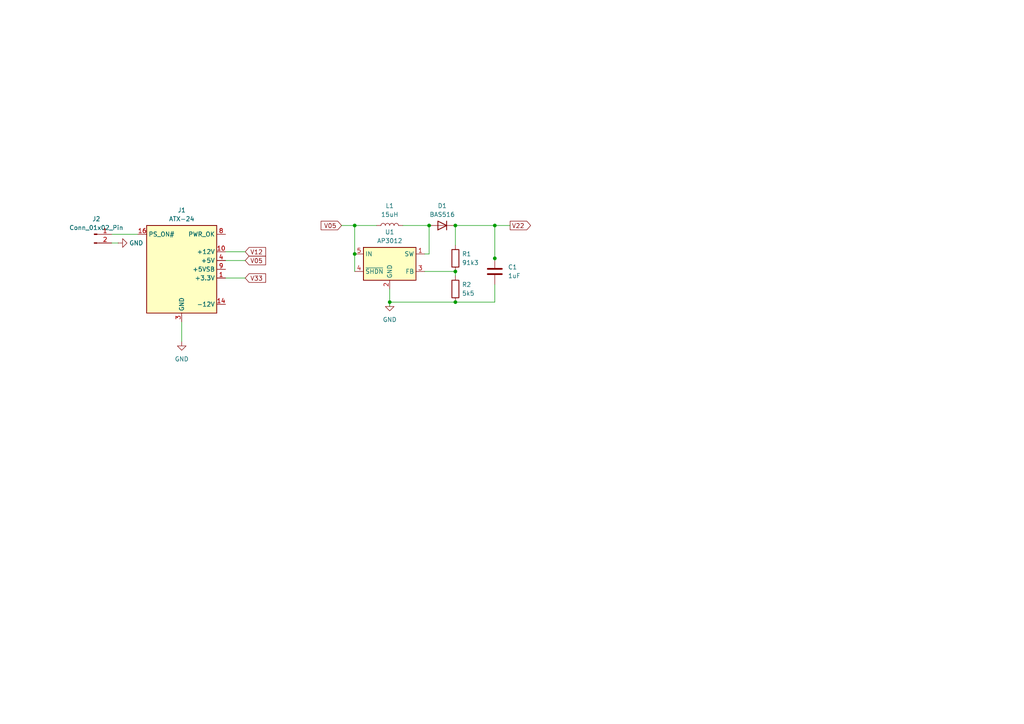
<source format=kicad_sch>
(kicad_sch (version 20250114) (generator "eeschema") (generator_version "9.0")
  (paper "A4")
  (lib_symbols
    (symbol "Connector:ATX-24"
      (property "Reference" "J" (at -8.89 13.97 0))
      (property "Value" "ATX-24" (at 6.35 13.97 0))
      (symbol "ATX-24_0_1"
        (rectangle (start -10.16 12.7) (end 10.16 -12.7) (stroke (width 0.254)) (fill (type background)))
      )
      (symbol "ATX-24_1_1"
        (pin open_collector line (at -12.7 10.16 0) (length 2.54) (name "PS_ON#") (number "16"))
        (pin no_connect line (at -10.16 0 0) (length 2.54) (hide yes) (name "NC") (number "20"))
        (pin passive line (at 0 -15.24 90) (length 2.54) (hide yes) (name "GND") (number "15"))
        (pin passive line (at 0 -15.24 90) (length 2.54) (hide yes) (name "GND") (number "17"))
        (pin passive line (at 0 -15.24 90) (length 2.54) (hide yes) (name "GND") (number "18"))
        (pin passive line (at 0 -15.24 90) (length 2.54) (hide yes) (name "GND") (number "19"))
        (pin passive line (at 0 -15.24 90) (length 2.54) (hide yes) (name "GND") (number "24"))
        (pin power_out line (at 0 -15.24 90) (length 2.54) (name "GND") (number "3"))
        (pin passive line (at 0 -15.24 90) (length 2.54) (hide yes) (name "GND") (number "5"))
        (pin passive line (at 0 -15.24 90) (length 2.54) (hide yes) (name "GND") (number "7"))
        (pin output line (at 12.7 10.16 180) (length 2.54) (name "PWR_OK") (number "8"))
        (pin power_out line (at 12.7 5.08 180) (length 2.54) (name "+12V") (number "10"))
        (pin passive line (at 12.7 5.08 180) (length 2.54) (hide yes) (name "+12V") (number "11"))
        (pin passive line (at 12.7 2.54 180) (length 2.54) (hide yes) (name "+5V") (number "21"))
        (pin passive line (at 12.7 2.54 180) (length 2.54) (hide yes) (name "+5V") (number "22"))
        (pin passive line (at 12.7 2.54 180) (length 2.54) (hide yes) (name "+5V") (number "23"))
        (pin power_out line (at 12.7 2.54 180) (length 2.54) (name "+5V") (number "4"))
        (pin passive line (at 12.7 2.54 180) (length 2.54) (hide yes) (name "+5V") (number "6"))
        (pin power_out line (at 12.7 0 180) (length 2.54) (name "+5VSB") (number "9"))
        (pin power_out line (at 12.7 -2.54 180) (length 2.54) (name "+3.3V") (number "1"))
        (pin passive line (at 12.7 -2.54 180) (length 2.54) (hide yes) (name "+3.3V") (number "12"))
        (pin passive line (at 12.7 -2.54 180) (length 2.54) (hide yes) (name "+3.3V") (number "13"))
        (pin passive line (at 12.7 -2.54 180) (length 2.54) (hide yes) (name "+3.3V") (number "2"))
        (pin power_out line (at 12.7 -10.16 180) (length 2.54) (name "-12V") (number "14"))
      )
    )
    (symbol "Connector:Conn_01x02_Pin" (pin_names (offset 1.016) (hide yes))
      (property "Reference" "J" (at 0 2.54 0))
      (property "Value" "Conn_01x02_Pin" (at 0 -5.08 0))
      (symbol "Conn_01x02_Pin_1_1"
        (rectangle (start 0.8636 0.127) (end 0 -0.127) (stroke (width 0.1524)) (fill (type outline)))
        (rectangle (start 0.8636 -2.413) (end 0 -2.667) (stroke (width 0.1524)) (fill (type outline)))
        (polyline (pts (xy 1.27 0) (xy 0.8636 0)) (stroke (width 0.1524)))
        (polyline (pts (xy 1.27 -2.54) (xy 0.8636 -2.54)) (stroke (width 0.1524)))
        (pin passive line (at 5.08 0 180) (length 3.81) (name "Pin_1") (number "1"))
        (pin passive line (at 5.08 -2.54 180) (length 3.81) (name "Pin_2") (number "2"))
      )
    )
    (symbol "Device:C" (pin_numbers (hide yes)) (pin_names (offset 0.254))
      (property "Reference" "C" (at 0.635 2.54 0))
      (property "Value" "C" (at 0.635 -2.54 0))
      (symbol "C_0_1"
        (polyline (pts (xy -2.032 0.762) (xy 2.032 0.762)) (stroke (width 0.508)))
        (polyline (pts (xy -2.032 -0.762) (xy 2.032 -0.762)) (stroke (width 0.508)))
      )
      (symbol "C_1_1"
        (pin passive line (at 0 3.81 270) (length 2.794) (name "~") (number "1"))
        (pin passive line (at 0 -3.81 90) (length 2.794) (name "~") (number "2"))
      )
    )
    (symbol "Device:L" (pin_numbers (hide yes)) (pin_names (offset 1.016) (hide yes))
      (property "Reference" "L" (at -1.27 0 90))
      (property "Value" "L" (at 1.905 0 90))
      (symbol "L_0_1"
        (arc (start 0 2.54) (mid 0.6323 1.905) (end 0 1.27))
        (arc (start 0 1.27) (mid 0.6323 0.635) (end 0 0))
        (arc (start 0 0) (mid 0.6323 -0.635) (end 0 -1.27))
        (arc (start 0 -1.27) (mid 0.6323 -1.905) (end 0 -2.54))
      )
      (symbol "L_1_1"
        (pin passive line (at 0 3.81 270) (length 1.27) (name "1") (number "1"))
        (pin passive line (at 0 -3.81 90) (length 1.27) (name "2") (number "2"))
      )
    )
    (symbol "Device:R" (pin_numbers (hide yes)) (pin_names (offset 0))
      (property "Reference" "R" (at 2.032 0 90))
      (property "Value" "R" (at 0 0 90))
      (symbol "R_0_1"
        (rectangle (start -1.016 -2.54) (end 1.016 2.54) (stroke (width 0.254)))
      )
      (symbol "R_1_1"
        (pin passive line (at 0 3.81 270) (length 1.27) (name "~") (number "1"))
        (pin passive line (at 0 -3.81 90) (length 1.27) (name "~") (number "2"))
      )
    )
    (symbol "Diode:BAS516" (pin_numbers (hide yes)) (pin_names (hide yes))
      (property "Reference" "D" (at 0 2.54 0))
      (property "Value" "BAS516" (at 0 -2.54 0))
      (symbol "BAS516_0_1"
        (polyline (pts (xy -1.27 1.27) (xy -1.27 -1.27)) (stroke (width 0.254)))
        (polyline (pts (xy 1.27 1.27) (xy 1.27 -1.27) (xy -1.27 0) (xy 1.27 1.27)) (stroke (width 0.254)))
        (polyline (pts (xy 1.27 0) (xy -1.27 0)))
      )
      (symbol "BAS516_1_1"
        (pin passive line (at -3.81 0 0) (length 2.54) (name "K") (number "1"))
        (pin passive line (at 3.81 0 180) (length 2.54) (name "A") (number "2"))
      )
    )
    (symbol "Regulator_Switching:AP3012"
      (property "Reference" "U" (at -7.62 5.715 0))
      (property "Value" "AP3012" (at 0 5.715 0))
      (symbol "AP3012_0_1"
        (rectangle (start -7.62 4.445) (end 7.62 -5.08) (stroke (width 0.254)) (fill (type background)))
      )
      (symbol "AP3012_1_1"
        (pin power_in line (at -10.16 2.54 0) (length 2.54) (name "IN") (number "5"))
        (pin input line (at -10.16 -2.54 0) (length 2.54) (name "~{SHDN}") (number "4"))
        (pin power_in line (at 0 -7.62 90) (length 2.54) (name "GND") (number "2"))
        (pin passive line (at 10.16 2.54 180) (length 2.54) (name "SW") (number "1"))
        (pin input line (at 10.16 -2.54 180) (length 2.54) (name "FB") (number "3"))
      )
    )
    (symbol "power:GND" (power) (pin_numbers (hide yes)) (pin_names (offset 0) (hide yes))
      (property "Value" "GND" (at 0 -3.81 0))
      (symbol "GND_0_1"
        (polyline (pts (xy 0 0) (xy 0 -1.27) (xy 1.27 -1.27) (xy 0 -2.54) (xy -1.27 -1.27) (xy 0 -1.27)))
      )
      (symbol "GND_1_1"
        (pin power_in line (at 0 0 270) (length 0) (name "~") (number "1"))
      )
    )
  )
  (junction (at 124.46 65.405))
  (junction (at 113.03 87.63))
  (junction (at 102.87 73.66))
  (junction (at 132.08 78.74))
  (junction (at 132.08 65.405))
  (junction (at 102.87 65.405))
  (junction (at 143.51 74.93))
  (junction (at 132.08 87.63))
  (junction (at 143.51 65.405))
  (wire (pts (xy 65.405 73.025) (xy 71.12 73.025)))
  (wire (pts (xy 32.385 70.485) (xy 34.29 70.485)))
  (wire (pts (xy 123.19 78.74) (xy 132.08 78.74)))
  (wire (pts (xy 132.08 78.74) (xy 132.08 80.01)))
  (wire (pts (xy 99.06 65.405) (xy 102.87 65.405)))
  (wire (pts (xy 65.405 80.645) (xy 71.12 80.645)))
  (wire (pts (xy 143.51 74.93) (xy 143.51 65.405)))
  (wire (pts (xy 52.705 93.345) (xy 52.705 99.06)))
  (wire (pts (xy 116.84 65.405) (xy 124.46 65.405)))
  (wire (pts (xy 65.405 75.565) (xy 71.12 75.565)))
  (wire (pts (xy 113.03 87.63) (xy 132.08 87.63)))
  (wire (pts (xy 102.87 73.66) (xy 102.87 78.74)))
  (wire (pts (xy 113.03 87.63) (xy 113.03 88.9)))
  (wire (pts (xy 143.51 75.565) (xy 143.51 74.93)))
  (wire (pts (xy 102.87 65.405) (xy 102.87 73.66)))
  (wire (pts (xy 143.51 87.63) (xy 132.08 87.63)))
  (wire (pts (xy 143.51 82.55) (xy 143.51 87.63)))
  (wire (pts (xy 143.51 65.405) (xy 147.955 65.405)))
  (wire (pts (xy 124.46 73.66) (xy 123.19 73.66)))
  (wire (pts (xy 143.51 65.405) (xy 132.08 65.405)))
  (wire (pts (xy 113.03 83.82) (xy 113.03 87.63)))
  (wire (pts (xy 124.46 65.405) (xy 124.46 73.66)))
  (wire (pts (xy 109.22 65.405) (xy 102.87 65.405)))
  (wire (pts (xy 132.08 65.405) (xy 132.08 71.12)))
  (wire (pts (xy 32.385 67.945) (xy 40.005 67.945)))
  (global_label "V22" (shape output) (at 147.955 65.405 0) (property "Intersheetrefs" "${INTERSHEET_REFS}" (effects (hide yes))))
  (global_label "V33" (shape input) (at 71.12 80.645 0) (property "Intersheetrefs" "${INTERSHEET_REFS}" (effects (hide yes))))
  (global_label "V05" (shape input) (at 99.06 65.405 180) (property "Intersheetrefs" "${INTERSHEET_REFS}" (effects (hide yes))))
  (global_label "V05" (shape input) (at 71.12 75.565 0) (property "Intersheetrefs" "${INTERSHEET_REFS}" (effects (hide yes))))
  (global_label "V12" (shape input) (at 71.12 73.025 0) (property "Intersheetrefs" "${INTERSHEET_REFS}" (effects (hide yes))))
  (symbol (lib_id "power:GND") (at 52.705 99.06 0) (unit 1)
    (property "Reference" "#PWR04" (effects (hide yes)))
    (property "Value" "GND" (at 52.705 104.14 0))
    (property "Description" "Power symbol creates a global label with name \"GND\" , ground" (effects (hide yes)))
  )
  (symbol (lib_id "Device:R") (at 132.08 74.93 0) (unit 1)
    (property "Reference" "R1" (at 133.985 73.6599 0) (effects (justify left)))
    (property "Value" "91k3" (at 133.985 76.1999 0) (effects (justify left)))
    (property "Description" "Resistor" (effects (hide yes)))
  )
  (symbol (lib_id "Diode:BAS516") (at 128.27 65.405 180) (unit 1)
    (property "Reference" "D1" (at 128.27 59.69 0))
    (property "Value" "BAS516" (at 128.27 62.23 0))
    (property "Footprint" "Diode_SMD:D_SOD-323F" (effects (hide yes)))
    (property "Datasheet" "https://assets.nexperia.com/documents/data-sheet/BAS16_SER.pdf" (effects (hide yes)))
    (property "Description" "100V, 0.25A, High-speed Switching Diode, SOD-523" (effects (hide yes)))
    (property "Sim.Device" "D" (effects (hide yes)))
    (property "Sim.Pins" "1=K 2=A" (effects (hide yes)))
  )
  (symbol (lib_id "Device:L") (at 113.03 65.405 90) (unit 1)
    (property "Reference" "L1" (at 113.03 59.69 90))
    (property "Value" "15uH" (at 113.03 62.23 90))
    (property "Footprint" "Inductor_SMD:L_Bourns_SRP6060FA" (effects (hide yes)))
    (property "Description" "Inductor" (effects (hide yes)))
  )
  (symbol (lib_id "power:GND") (at 113.03 87.63 0) (unit 1)
    (property "Reference" "#PWR01" (effects (hide yes)))
    (property "Value" "GND" (at 113.03 92.71 0))
    (property "Description" "Power symbol creates a global label with name \"GND\" , ground" (effects (hide yes)))
  )
  (symbol (lib_id "Connector:Conn_01x02_Pin") (at 27.305 67.945 0) (unit 1)
    (property "Reference" "J2" (at 27.94 63.5 0))
    (property "Value" "Conn_01x02_Pin" (at 27.94 66.04 0))
    (property "Footprint" "Connector_PinSocket_2.54mm:PinSocket_1x02_P2.54mm_Vertical" (effects (hide yes)))
    (property "Description" "Generic connector, single row, 01x02, script generated" (effects (hide yes)))
  )
  (symbol (lib_id "power:GND") (at 34.29 70.485 90) (unit 1)
    (property "Reference" "#PWR05" (effects (hide yes)))
    (property "Value" "GND" (at 37.465 70.4849 90) (effects (justify right)))
    (property "Description" "Power symbol creates a global label with name \"GND\" , ground" (effects (hide yes)))
  )
  (symbol (lib_id "Connector:ATX-24") (at 52.705 78.105 0) (unit 1)
    (property "Reference" "J1" (at 52.705 60.96 0))
    (property "Value" "ATX-24" (at 52.705 63.5 0))
    (property "Footprint" "Connector_Molex:Molex_Mini-Fit_Jr_5566-24A_2x12_P4.20mm_Vertical" (effects (hide yes)))
    (property "Datasheet" "https://www.intel.com/content/dam/www/public/us/en/documents/guides/power-supply-design-guide-june.pdf#page=33" (effects (hide yes)))
    (property "Description" "ATX Power supply 24pins" (effects (hide yes)))
  )
  (symbol (lib_id "Device:C") (at 143.51 78.74 0) (unit 1)
    (property "Reference" "C1" (at 147.32 77.4699 0) (effects (justify left)))
    (property "Value" "1uF" (at 147.32 80.0099 0) (effects (justify left)))
    (property "Description" "Ceramica de 50V (ou 35V) x7r" (effects (hide yes)))
  )
  (symbol (lib_id "Regulator_Switching:AP3012") (at 113.03 76.2 0) (unit 1)
    (property "Reference" "U1" (at 113.03 67.31 0))
    (property "Value" "AP3012" (at 113.03 69.85 0))
    (property "Footprint" "Package_TO_SOT_SMD:SOT-23-5" (effects (hide yes)))
    (property "Datasheet" "https://www.diodes.com/assets/Datasheets/AP3012.pdf" (effects (hide yes)))
    (property "Description" "500mA, Adjustable Step-Up Voltage Regulator, 1.5MHz Frequency, SOT-23-5" (effects (hide yes)))
  )
  (symbol (lib_id "Device:R") (at 132.08 83.82 0) (unit 1)
    (property "Reference" "R2" (at 133.985 82.5499 0) (effects (justify left)))
    (property "Value" "5k5" (at 133.985 85.0899 0) (effects (justify left)))
    (property "Description" "Resistor" (effects (hide yes)))
  )
)
</source>
